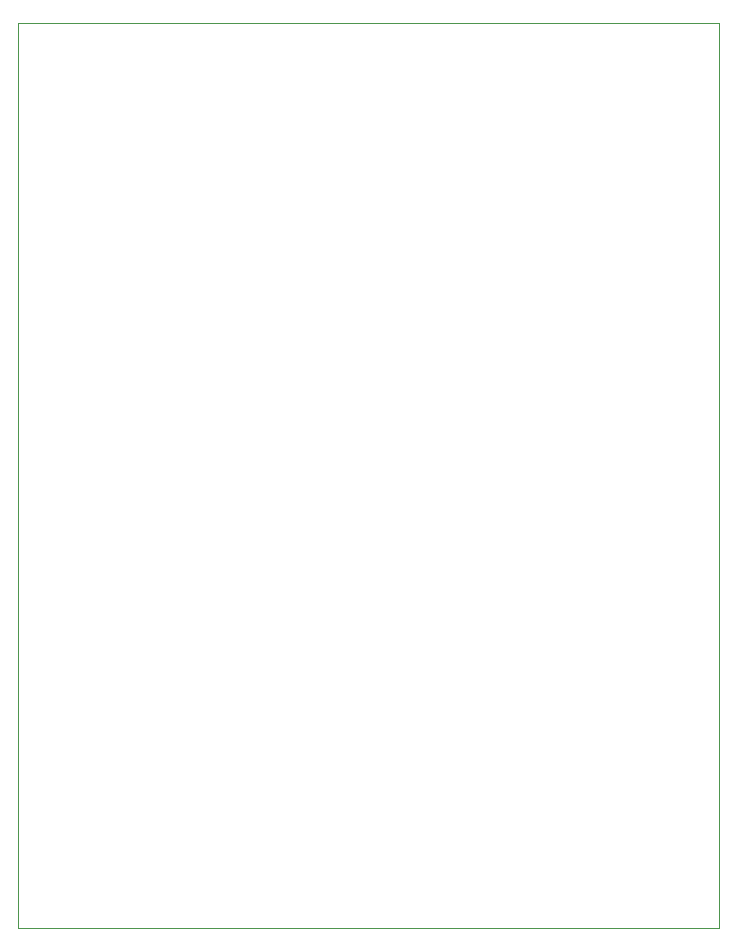
<source format=gbr>
G04 #@! TF.GenerationSoftware,KiCad,Pcbnew,(5.1.5)-3*
G04 #@! TF.CreationDate,2020-01-01T00:19:54-05:00*
G04 #@! TF.ProjectId,Receiver_Out,52656365-6976-4657-925f-4f75742e6b69,v1*
G04 #@! TF.SameCoordinates,Original*
G04 #@! TF.FileFunction,Profile,NP*
%FSLAX46Y46*%
G04 Gerber Fmt 4.6, Leading zero omitted, Abs format (unit mm)*
G04 Created by KiCad (PCBNEW (5.1.5)-3) date 2020-01-01 00:19:54*
%MOMM*%
%LPD*%
G04 APERTURE LIST*
%ADD10C,0.050000*%
G04 APERTURE END LIST*
D10*
X68745000Y-76565800D02*
X128076000Y-76567800D01*
X128076000Y-153217800D02*
X128076000Y-76567800D01*
X128076000Y-153217800D02*
X68751000Y-153217800D01*
X68745000Y-76565800D02*
X68751000Y-153217800D01*
M02*

</source>
